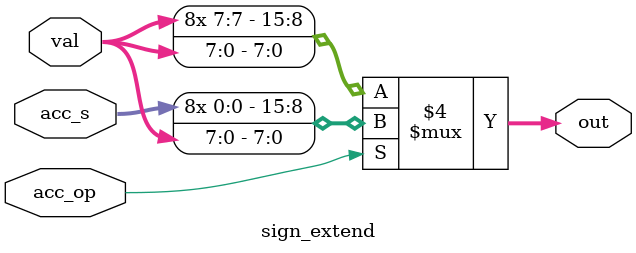
<source format=v>
module sign_extend (
  input  acc_s,
  input  [7:0] val,
  input  acc_op,
  output reg [15:0] out
);

  always @(*)
  begin
    if (!acc_op)
       out = {{8{val[7]}}, val};
    else
      out = {{8{acc_s}}, val};
  end
  
endmodule
  
</source>
